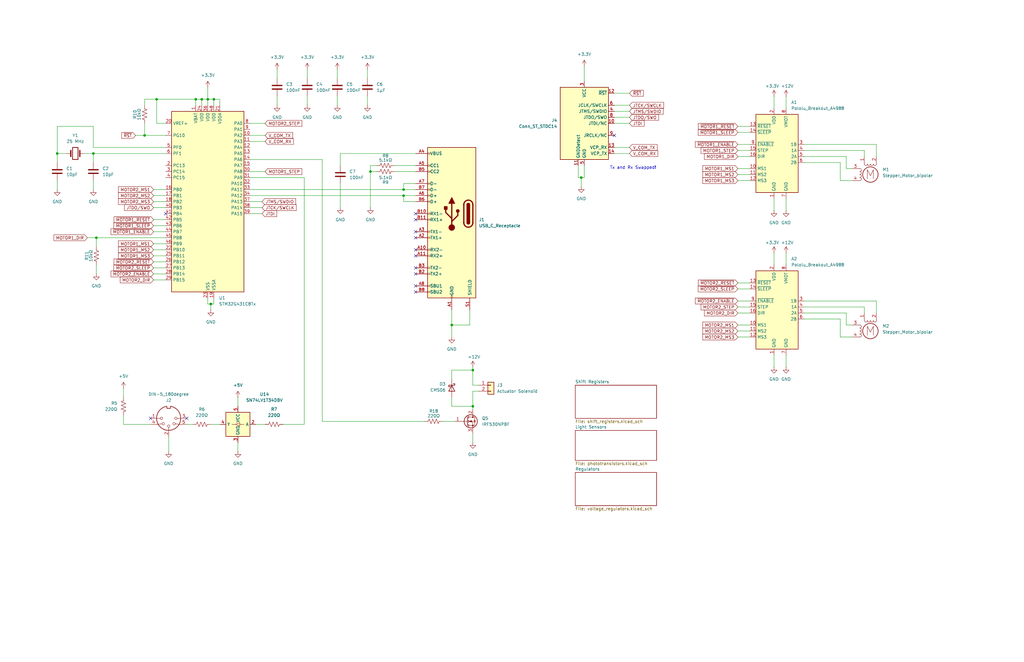
<source format=kicad_sch>
(kicad_sch (version 20250114) (generator "eeschema") (generator_version "9.0")
  (paper "B")
  (lib_symbols
    (symbol "Connector:Conn_ST_STDC14"
      (property "Reference" "J" (at -8.89 16.51 0))
      (property "Value" "Conn_ST_STDC14" (at 17.78 16.51 0))
      (symbol "Conn_ST_STDC14_1_1"
        (pin no_connect line (at -10.16 5.08 0) (length 2.54) (hide yes) (name "NC") (number "1"))
        (pin no_connect line (at -10.16 2.54 0) (length 2.54) (hide yes) (name "NC") (number "2"))
        (pin passive line (at -2.54 -17.78 90) (length 2.54) (name "GNDDetect") (number "11"))
        (pin power_in line (at 0 17.78 270) (length 2.54) (name "VCC") (number "3"))
        (pin power_in line (at 0 -17.78 90) (length 2.54) (name "GND") (number "5"))
        (pin passive line (at 0 -17.78 90) (length 2.54) (hide yes) (name "GND") (number "7"))
        (pin open_collector line (at 12.7 12.7 180) (length 2.54) (name "~{RST}") (number "12"))
        (pin output line (at 12.7 7.62 180) (length 2.54) (name "JCLK/SWCLK") (number "6"))
        (pin bidirectional line (at 12.7 5.08 180) (length 2.54) (name "JTMS/SWDIO") (number "4"))
        (pin input line (at 12.7 2.54 180) (length 2.54) (name "JTDO/SWO") (number "8"))
        (pin output line (at 12.7 0 180) (length 2.54) (name "JTDI/NC") (number "10"))
        (pin input line (at 12.7 -5.08 180) (length 2.54) (name "JRCLK/NC") (number "9"))
        (pin output line (at 12.7 -10.16 180) (length 2.54) (name "VCP_RX") (number "13"))
        (pin input line (at 12.7 -12.7 180) (length 2.54) (name "VCP_TX") (number "14"))
      )
    )
    (symbol "Connector:DIN-5_180degree" (pin_names (offset 1.016))
      (property "Reference" "J" (at 3.175 5.715 0))
      (property "Value" "DIN-5_180degree" (at 0 -6.35 0))
      (symbol "DIN-5_180degree_1_1"
        (pin passive line (at -7.62 2.54 0) (length 2.54) (name "~") (number "4"))
        (pin passive line (at -7.62 0 0) (length 2.54) (name "~") (number "1"))
        (pin passive line (at 0 7.62 270) (length 2.54) (name "~") (number "2"))
        (pin passive line (at 7.62 2.54 180) (length 2.54) (name "~") (number "5"))
        (pin passive line (at 7.62 0 180) (length 2.54) (name "~") (number "3"))
      )
    )
    (symbol "Connector:USB_C_Receptacle" (pin_names (offset 1.016))
      (property "Reference" "J" (at -10.16 29.21 0))
      (property "Value" "USB_C_Receptacle" (at 10.16 29.21 0))
      (symbol "USB_C_Receptacle_1_1"
        (pin passive line (at -7.62 -40.64 90) (length 5.08) (name "SHIELD") (number "S1"))
        (pin passive line (at 0 -40.64 90) (length 5.08) (name "GND") (number "A1"))
        (pin passive line (at 0 -40.64 90) (length 5.08) (hide yes) (name "GND") (number "A12"))
        (pin passive line (at 0 -40.64 90) (length 5.08) (hide yes) (name "GND") (number "B1"))
        (pin passive line (at 0 -40.64 90) (length 5.08) (hide yes) (name "GND") (number "B12"))
        (pin passive line (at 15.24 25.4 180) (length 5.08) (name "VBUS") (number "A4"))
        (pin passive line (at 15.24 25.4 180) (length 5.08) (hide yes) (name "VBUS") (number "A9"))
        (pin passive line (at 15.24 25.4 180) (length 5.08) (hide yes) (name "VBUS") (number "B4"))
        (pin passive line (at 15.24 25.4 180) (length 5.08) (hide yes) (name "VBUS") (number "B9"))
        (pin bidirectional line (at 15.24 20.32 180) (length 5.08) (name "CC1") (number "A5"))
        (pin bidirectional line (at 15.24 17.78 180) (length 5.08) (name "CC2") (number "B5"))
        (pin bidirectional line (at 15.24 12.7 180) (length 5.08) (name "D-") (number "A7"))
        (pin bidirectional line (at 15.24 10.16 180) (length 5.08) (name "D-") (number "B7"))
        (pin bidirectional line (at 15.24 7.62 180) (length 5.08) (name "D+") (number "A6"))
        (pin bidirectional line (at 15.24 5.08 180) (length 5.08) (name "D+") (number "B6"))
        (pin bidirectional line (at 15.24 0 180) (length 5.08) (name "RX1-") (number "B10"))
        (pin bidirectional line (at 15.24 -2.54 180) (length 5.08) (name "RX1+") (number "B11"))
        (pin bidirectional line (at 15.24 -7.62 180) (length 5.08) (name "TX1-") (number "A3"))
        (pin bidirectional line (at 15.24 -10.16 180) (length 5.08) (name "TX1+") (number "A2"))
        (pin bidirectional line (at 15.24 -15.24 180) (length 5.08) (name "RX2-") (number "A10"))
        (pin bidirectional line (at 15.24 -17.78 180) (length 5.08) (name "RX2+") (number "A11"))
        (pin bidirectional line (at 15.24 -22.86 180) (length 5.08) (name "TX2-") (number "B3"))
        (pin bidirectional line (at 15.24 -25.4 180) (length 5.08) (name "TX2+") (number "B2"))
        (pin bidirectional line (at 15.24 -30.48 180) (length 5.08) (name "SBU1") (number "A8"))
        (pin bidirectional line (at 15.24 -33.02 180) (length 5.08) (name "SBU2") (number "B8"))
      )
    )
    (symbol "Connector_Generic:Conn_01x02" (pin_names (offset 1.016) (hide yes))
      (property "Reference" "J" (at 0 2.54 0))
      (property "Value" "Conn_01x02" (at 0 -5.08 0))
      (symbol "Conn_01x02_1_1"
        (pin passive line (at -5.08 0 0) (length 3.81) (name "Pin_1") (number "1"))
        (pin passive line (at -5.08 -2.54 0) (length 3.81) (name "Pin_2") (number "2"))
      )
    )
    (symbol "Device:C" (pin_numbers (hide yes)) (pin_names (offset 0.254))
      (property "Reference" "C" (at 0.635 2.54 0))
      (property "Value" "C" (at 0.635 -2.54 0))
      (symbol "C_1_1"
        (pin passive line (at 0 3.81 270) (length 2.794) (name "~") (number "1"))
        (pin passive line (at 0 -3.81 90) (length 2.794) (name "~") (number "2"))
      )
    )
    (symbol "Device:Crystal" (pin_numbers (hide yes)) (pin_names (offset 1.016) (hide yes))
      (property "Reference" "Y" (at 0 3.81 0))
      (property "Value" "Crystal" (at 0 -3.81 0))
      (symbol "Crystal_1_1"
        (pin passive line (at -3.81 0 0) (length 1.27) (name "1") (number "1"))
        (pin passive line (at 3.81 0 180) (length 1.27) (name "2") (number "2"))
      )
    )
    (symbol "Device:D_Schottky" (pin_numbers (hide yes)) (pin_names (offset 1.016) (hide yes))
      (property "Reference" "D" (at 0 2.54 0))
      (property "Value" "D_Schottky" (at 0 -2.54 0))
      (symbol "D_Schottky_1_1"
        (pin passive line (at -3.81 0 0) (length 2.54) (name "K") (number "1"))
        (pin passive line (at 3.81 0 180) (length 2.54) (name "A") (number "2"))
      )
    )
    (symbol "Device:R_US" (pin_numbers (hide yes)) (pin_names (offset 0))
      (property "Reference" "R" (at 2.54 0 90))
      (property "Value" "R_US" (at -2.54 0 90))
      (symbol "R_US_1_1"
        (pin passive line (at 0 3.81 270) (length 1.27) (name "~") (number "1"))
        (pin passive line (at 0 -3.81 90) (length 1.27) (name "~") (number "2"))
      )
    )
    (symbol "Driver_Motor:Pololu_Breakout_A4988"
      (property "Reference" "A" (at -2.54 19.05 0))
      (property "Value" "Pololu_Breakout_A4988" (at -2.54 16.51 0))
      (symbol "Pololu_Breakout_A4988_1_1"
        (pin input line (at -10.16 10.16 0) (length 2.54) (name "~{RESET}") (number "13"))
        (pin input line (at -10.16 7.62 0) (length 2.54) (name "~{SLEEP}") (number "14"))
        (pin input line (at -10.16 2.54 0) (length 2.54) (name "~{ENABLE}") (number "9"))
        (pin input line (at -10.16 0 0) (length 2.54) (name "STEP") (number "15"))
        (pin input line (at -10.16 -2.54 0) (length 2.54) (name "DIR") (number "16"))
        (pin input line (at -10.16 -7.62 0) (length 2.54) (name "MS1") (number "10"))
        (pin input line (at -10.16 -10.16 0) (length 2.54) (name "MS2") (number "11"))
        (pin input line (at -10.16 -12.7 0) (length 2.54) (name "MS3") (number "12"))
        (pin power_in line (at 0 17.78 270) (length 2.54) (name "VDD") (number "2"))
        (pin power_in line (at 0 -20.32 90) (length 2.54) (name "GND") (number "1"))
        (pin power_in line (at 5.08 17.78 270) (length 2.54) (name "VMOT") (number "8"))
        (pin power_in line (at 5.08 -20.32 90) (length 2.54) (name "GND") (number "7"))
        (pin output line (at 12.7 2.54 180) (length 2.54) (name "1B") (number "3"))
        (pin output line (at 12.7 0 180) (length 2.54) (name "1A") (number "4"))
        (pin output line (at 12.7 -2.54 180) (length 2.54) (name "2A") (number "5"))
        (pin output line (at 12.7 -5.08 180) (length 2.54) (name "2B") (number "6"))
      )
    )
    (symbol "Logic_LevelTranslator:SN74LV1T34DBV"
      (property "Reference" "U" (at 5.08 6.35 0))
      (property "Value" "SN74LV1T34DBV" (at 5.08 3.81 0))
      (symbol "SN74LV1T34DBV_1_1"
        (pin input line (at -7.62 0 0) (length 2.54) (name "A") (number "2"))
        (pin no_connect line (at -5.08 2.54 0) (length 2.54) (hide yes) (name "NC") (number "1"))
        (pin power_in line (at 0 7.62 270) (length 2.54) (name "VCC") (number "5"))
        (pin power_in line (at 0 -7.62 90) (length 2.54) (name "GND") (number "3"))
        (pin output line (at 7.62 0 180) (length 2.54) (name "Y") (number "4"))
      )
    )
    (symbol "MCU_ST_STM32G4:STM32G431C8Tx"
      (property "Reference" "U" (at -15.24 39.37 0))
      (property "Value" "STM32G431C8Tx" (at 7.62 39.37 0))
      (symbol "STM32G431C8Tx_1_1"
        (pin input line (at -17.78 33.02 0) (length 2.54) (name "VREF+") (number "20"))
        (pin bidirectional line (at -17.78 27.94 0) (length 2.54) (name "PG10") (number "7"))
        (pin bidirectional line (at -17.78 22.86 0) (length 2.54) (name "PF0") (number "5"))
        (pin bidirectional line (at -17.78 20.32 0) (length 2.54) (name "PF1") (number "6"))
        (pin bidirectional line (at -17.78 15.24 0) (length 2.54) (name "PC13") (number "2"))
        (pin bidirectional line (at -17.78 12.7 0) (length 2.54) (name "PC14") (number "3"))
        (pin bidirectional line (at -17.78 10.16 0) (length 2.54) (name "PC15") (number "4"))
        (pin bidirectional line (at -17.78 5.08 0) (length 2.54) (name "PB0") (number "16"))
        (pin bidirectional line (at -17.78 2.54 0) (length 2.54) (name "PB1") (number "17"))
        (pin bidirectional line (at -17.78 0 0) (length 2.54) (name "PB2") (number "18"))
        (pin bidirectional line (at -17.78 -2.54 0) (length 2.54) (name "PB3") (number "40"))
        (pin bidirectional line (at -17.78 -5.08 0) (length 2.54) (name "PB4") (number "41"))
        (pin bidirectional line (at -17.78 -7.62 0) (length 2.54) (name "PB5") (number "42"))
        (pin bidirectional line (at -17.78 -10.16 0) (length 2.54) (name "PB6") (number "43"))
        (pin bidirectional line (at -17.78 -12.7 0) (length 2.54) (name "PB7") (number "44"))
        (pin bidirectional line (at -17.78 -15.24 0) (length 2.54) (name "PB8") (number "45"))
        (pin bidirectional line (at -17.78 -17.78 0) (length 2.54) (name "PB9") (number "46"))
        (pin bidirectional line (at -17.78 -20.32 0) (length 2.54) (name "PB10") (number "22"))
        (pin bidirectional line (at -17.78 -22.86 0) (length 2.54) (name "PB11") (number "25"))
        (pin bidirectional line (at -17.78 -25.4 0) (length 2.54) (name "PB12") (number "26"))
        (pin bidirectional line (at -17.78 -27.94 0) (length 2.54) (name "PB13") (number "27"))
        (pin bidirectional line (at -17.78 -30.48 0) (length 2.54) (name "PB14") (number "28"))
        (pin bidirectional line (at -17.78 -33.02 0) (length 2.54) (name "PB15") (number "29"))
        (pin power_in line (at -5.08 40.64 270) (length 2.54) (name "VBAT") (number "1"))
        (pin power_in line (at -2.54 40.64 270) (length 2.54) (name "VDD") (number "24"))
        (pin power_in line (at 0 40.64 270) (length 2.54) (name "VDD") (number "36"))
        (pin power_in line (at 0 -40.64 90) (length 2.54) (name "VSS") (number "23"))
        (pin passive line (at 0 -40.64 90) (length 2.54) (hide yes) (name "VSS") (number "35"))
        (pin passive line (at 0 -40.64 90) (length 2.54) (hide yes) (name "VSS") (number "47"))
        (pin power_in line (at 2.54 40.64 270) (length 2.54) (name "VDD") (number "48"))
        (pin power_in line (at 2.54 -40.64 90) (length 2.54) (name "VSSA") (number "19"))
        (pin power_in line (at 5.08 40.64 270) (length 2.54) (name "VDDA") (number "21"))
        (pin bidirectional line (at 17.78 33.02 180) (length 2.54) (name "PA0") (number "8"))
        (pin bidirectional line (at 17.78 30.48 180) (length 2.54) (name "PA1") (number "9"))
        (pin bidirectional line (at 17.78 27.94 180) (length 2.54) (name "PA2") (number "10"))
        (pin bidirectional line (at 17.78 25.4 180) (length 2.54) (name "PA3") (number "11"))
        (pin bidirectional line (at 17.78 22.86 180) (length 2.54) (name "PA4") (number "12"))
        (pin bidirectional line (at 17.78 20.32 180) (length 2.54) (name "PA5") (number "13"))
        (pin bidirectional line (at 17.78 17.78 180) (length 2.54) (name "PA6") (number "14"))
        (pin bidirectional line (at 17.78 15.24 180) (length 2.54) (name "PA7") (number "15"))
        (pin bidirectional line (at 17.78 12.7 180) (length 2.54) (name "PA8") (number "30"))
        (pin bidirectional line (at 17.78 10.16 180) (length 2.54) (name "PA9") (number "31"))
        (pin bidirectional line (at 17.78 7.62 180) (length 2.54) (name "PA10") (number "32"))
        (pin bidirectional line (at 17.78 5.08 180) (length 2.54) (name "PA11") (number "33"))
        (pin bidirectional line (at 17.78 2.54 180) (length 2.54) (name "PA12") (number "34"))
        (pin bidirectional line (at 17.78 0 180) (length 2.54) (name "PA13") (number "37"))
        (pin bidirectional line (at 17.78 -2.54 180) (length 2.54) (name "PA14") (number "38"))
        (pin bidirectional line (at 17.78 -5.08 180) (length 2.54) (name "PA15") (number "39"))
      )
    )
    (symbol "Motor:Stepper_Motor_bipolar" (pin_names (offset 0) (hide yes))
      (property "Reference" "M" (at 3.81 2.54 0))
      (property "Value" "Stepper_Motor_bipolar" (at 3.81 1.27 0))
      (symbol "Stepper_Motor_bipolar_1_1"
        (pin passive line (at -7.62 2.54 0) (length 2.54) (name "~") (number "3"))
        (pin passive line (at -7.62 -2.54 0) (length 2.54) (name "~") (number "4"))
        (pin passive line (at -2.54 7.62 270) (length 2.54) (name "~") (number "1"))
        (pin passive line (at 2.54 7.62 270) (length 2.54) (name "-") (number "2"))
      )
    )
    (symbol "Transistor_FET:Q_NMOS_GDS" (pin_names (offset 0) (hide yes))
      (property "Reference" "Q" (at 5.08 1.905 0))
      (property "Value" "Q_NMOS_GDS" (at 5.08 0 0))
      (symbol "Q_NMOS_GDS_1_1"
        (pin input line (at -5.08 0 0) (length 2.54) (name "G") (number "1"))
        (pin passive line (at 2.54 5.08 270) (length 2.54) (name "D") (number "2"))
        (pin passive line (at 2.54 -5.08 90) (length 2.54) (name "S") (number "3"))
      )
    )
    (symbol "power:+12V" (power) (pin_numbers (hide yes)) (pin_names (offset 0) (hide yes))
      (property "Value" "+12V" (at 0 3.556 0))
      (symbol "+12V_1_1"
        (pin power_in line (at 0 0 90) (length 0) (name "~") (number "1"))
      )
    )
    (symbol "power:+3.3V" (power) (pin_numbers (hide yes)) (pin_names (offset 0) (hide yes))
      (property "Value" "+3.3V" (at 0 3.556 0))
      (symbol "+3.3V_1_1"
        (pin power_in line (at 0 0 90) (length 0) (name "~") (number "1"))
      )
    )
    (symbol "power:+5V" (power) (pin_numbers (hide yes)) (pin_names (offset 0) (hide yes))
      (property "Value" "+5V" (at 0 3.556 0))
      (symbol "+5V_1_1"
        (pin power_in line (at 0 0 90) (length 0) (name "~") (number "1"))
      )
    )
    (symbol "power:GND" (power) (pin_numbers (hide yes)) (pin_names (offset 0) (hide yes))
      (property "Value" "GND" (at 0 -3.81 0))
      (symbol "GND_1_1"
        (pin power_in line (at 0 0 270) (length 0) (name "~") (number "1"))
      )
    )
  )
  (text "Tx and Rx Swapped!" (at 266.954 70.866 0) (effects (font (size 1.27 1.27))))
  (junction (at 88.9 128.27))
  (junction (at 199.39 156.21))
  (junction (at 199.39 171.45))
  (junction (at 66.04 41.91))
  (junction (at 156.21 72.39))
  (junction (at 170.18 82.55))
  (junction (at 190.5 137.16))
  (junction (at 245.11 74.93))
  (junction (at 82.55 41.91))
  (junction (at 90.17 41.91))
  (junction (at 60.96 57.15))
  (junction (at 24.13 64.77))
  (junction (at 87.63 41.91))
  (junction (at 40.64 100.33))
  (junction (at 39.37 64.77))
  (junction (at 170.18 80.01))
  (junction (at 85.09 41.91))
  (no_connect (at 78.74 176.53))
  (no_connect (at 175.26 100.33))
  (no_connect (at 69.85 90.17))
  (no_connect (at 175.26 115.57))
  (no_connect (at 175.26 120.65))
  (no_connect (at 175.26 90.17))
  (no_connect (at 175.26 97.79))
  (no_connect (at 175.26 113.03))
  (no_connect (at 175.26 123.19))
  (no_connect (at 175.26 92.71))
  (no_connect (at 259.08 57.15))
  (no_connect (at 175.26 105.41))
  (no_connect (at 175.26 107.95))
  (no_connect (at 63.5 176.53))
  (wire (pts (xy 64.77 102.87) (xy 69.85 102.87)))
  (wire (pts (xy 245.11 74.93) (xy 246.38 74.93)))
  (wire (pts (xy 356.87 132.08) (xy 356.87 137.16)))
  (wire (pts (xy 246.38 74.93) (xy 246.38 69.85)))
  (wire (pts (xy 354.33 76.2) (xy 359.41 76.2)))
  (wire (pts (xy 246.38 27.94) (xy 246.38 34.29)))
  (wire (pts (xy 135.89 67.31) (xy 135.89 177.8)))
  (wire (pts (xy 199.39 165.1) (xy 199.39 171.45)))
  (wire (pts (xy 259.08 62.23) (xy 265.43 62.23)))
  (wire (pts (xy 311.15 66.04) (xy 316.23 66.04)))
  (wire (pts (xy 105.41 90.17) (xy 110.49 90.17)))
  (wire (pts (xy 354.33 134.62) (xy 354.33 142.24)))
  (wire (pts (xy 311.15 73.66) (xy 316.23 73.66)))
  (wire (pts (xy 166.37 69.85) (xy 175.26 69.85)))
  (wire (pts (xy 158.75 69.85) (xy 156.21 69.85)))
  (wire (pts (xy 311.15 137.16) (xy 316.23 137.16)))
  (wire (pts (xy 64.77 110.49) (xy 69.85 110.49)))
  (wire (pts (xy 39.37 64.77) (xy 69.85 64.77)))
  (wire (pts (xy 170.18 82.55) (xy 170.18 85.09)))
  (wire (pts (xy 64.77 85.09) (xy 69.85 85.09)))
  (wire (pts (xy 87.63 44.45) (xy 87.63 41.91)))
  (wire (pts (xy 24.13 76.2) (xy 24.13 80.01)))
  (wire (pts (xy 311.15 127) (xy 316.23 127)))
  (wire (pts (xy 64.77 118.11) (xy 69.85 118.11)))
  (wire (pts (xy 311.15 129.54) (xy 316.23 129.54)))
  (wire (pts (xy 170.18 85.09) (xy 175.26 85.09)))
  (wire (pts (xy 339.09 127) (xy 369.57 127)))
  (wire (pts (xy 88.9 128.27) (xy 88.9 130.81)))
  (wire (pts (xy 64.77 80.01) (xy 69.85 80.01)))
  (wire (pts (xy 64.77 97.79) (xy 69.85 97.79)))
  (wire (pts (xy 39.37 76.2) (xy 39.37 80.01)))
  (wire (pts (xy 243.84 69.85) (xy 243.84 74.93)))
  (wire (pts (xy 311.15 60.96) (xy 316.23 60.96)))
  (wire (pts (xy 40.64 111.76) (xy 40.64 115.57)))
  (wire (pts (xy 170.18 82.55) (xy 175.26 82.55)))
  (wire (pts (xy 105.41 59.69) (xy 111.76 59.69)))
  (wire (pts (xy 87.63 36.83) (xy 87.63 41.91)))
  (wire (pts (xy 326.39 149.86) (xy 326.39 154.94)))
  (wire (pts (xy 100.33 167.64) (xy 100.33 171.45)))
  (wire (pts (xy 64.77 113.03) (xy 69.85 113.03)))
  (wire (pts (xy 339.09 129.54) (xy 364.49 129.54)))
  (wire (pts (xy 154.94 29.21) (xy 154.94 33.02)))
  (wire (pts (xy 186.69 177.8) (xy 191.77 177.8)))
  (wire (pts (xy 92.71 41.91) (xy 90.17 41.91)))
  (wire (pts (xy 66.04 41.91) (xy 82.55 41.91)))
  (wire (pts (xy 64.77 105.41) (xy 69.85 105.41)))
  (wire (pts (xy 259.08 64.77) (xy 265.43 64.77)))
  (wire (pts (xy 60.96 52.07) (xy 60.96 57.15)))
  (wire (pts (xy 60.96 57.15) (xy 69.85 57.15)))
  (wire (pts (xy 190.5 137.16) (xy 190.5 142.24)))
  (wire (pts (xy 60.96 41.91) (xy 66.04 41.91)))
  (wire (pts (xy 82.55 44.45) (xy 82.55 41.91)))
  (wire (pts (xy 326.39 40.64) (xy 326.39 45.72)))
  (wire (pts (xy 24.13 64.77) (xy 24.13 68.58)))
  (wire (pts (xy 190.5 137.16) (xy 198.12 137.16)))
  (wire (pts (xy 339.09 63.5) (xy 364.49 63.5)))
  (wire (pts (xy 24.13 53.34) (xy 24.13 64.77)))
  (wire (pts (xy 259.08 39.37) (xy 265.43 39.37)))
  (wire (pts (xy 88.9 179.07) (xy 92.71 179.07)))
  (wire (pts (xy 69.85 62.23) (xy 39.37 62.23)))
  (wire (pts (xy 175.26 64.77) (xy 143.51 64.77)))
  (wire (pts (xy 87.63 41.91) (xy 85.09 41.91)))
  (wire (pts (xy 311.15 76.2) (xy 316.23 76.2)))
  (wire (pts (xy 311.15 119.38) (xy 316.23 119.38)))
  (wire (pts (xy 166.37 72.39) (xy 175.26 72.39)))
  (wire (pts (xy 82.55 41.91) (xy 85.09 41.91)))
  (wire (pts (xy 331.47 149.86) (xy 331.47 154.94)))
  (wire (pts (xy 105.41 87.63) (xy 110.49 87.63)))
  (wire (pts (xy 52.07 179.07) (xy 63.5 179.07)))
  (wire (pts (xy 92.71 44.45) (xy 92.71 41.91)))
  (wire (pts (xy 190.5 130.81) (xy 190.5 137.16)))
  (wire (pts (xy 35.56 64.77) (xy 39.37 64.77)))
  (wire (pts (xy 259.08 49.53) (xy 265.43 49.53)))
  (wire (pts (xy 331.47 40.64) (xy 331.47 45.72)))
  (wire (pts (xy 356.87 71.12) (xy 359.41 71.12)))
  (wire (pts (xy 57.15 57.15) (xy 60.96 57.15)))
  (wire (pts (xy 52.07 163.83) (xy 52.07 167.64)))
  (wire (pts (xy 105.41 85.09) (xy 110.49 85.09)))
  (wire (pts (xy 90.17 125.73) (xy 90.17 128.27)))
  (wire (pts (xy 326.39 83.82) (xy 326.39 88.9)))
  (wire (pts (xy 78.74 179.07) (xy 81.28 179.07)))
  (wire (pts (xy 156.21 69.85) (xy 156.21 72.39)))
  (wire (pts (xy 259.08 44.45) (xy 265.43 44.45)))
  (wire (pts (xy 100.33 186.69) (xy 100.33 190.5)))
  (wire (pts (xy 199.39 156.21) (xy 199.39 162.56)))
  (wire (pts (xy 339.09 66.04) (xy 356.87 66.04)))
  (wire (pts (xy 190.5 167.64) (xy 190.5 171.45)))
  (wire (pts (xy 369.57 127) (xy 369.57 132.08)))
  (wire (pts (xy 311.15 53.34) (xy 316.23 53.34)))
  (wire (pts (xy 39.37 62.23) (xy 39.37 53.34)))
  (wire (pts (xy 64.77 92.71) (xy 69.85 92.71)))
  (wire (pts (xy 199.39 154.94) (xy 199.39 156.21)))
  (wire (pts (xy 105.41 74.93) (xy 128.27 74.93)))
  (wire (pts (xy 190.5 156.21) (xy 199.39 156.21)))
  (wire (pts (xy 105.41 67.31) (xy 135.89 67.31)))
  (wire (pts (xy 105.41 82.55) (xy 170.18 82.55)))
  (wire (pts (xy 364.49 129.54) (xy 364.49 132.08)))
  (wire (pts (xy 116.84 29.21) (xy 116.84 33.02)))
  (wire (pts (xy 129.54 29.21) (xy 129.54 33.02)))
  (wire (pts (xy 143.51 77.47) (xy 143.51 87.63)))
  (wire (pts (xy 339.09 60.96) (xy 369.57 60.96)))
  (wire (pts (xy 356.87 137.16) (xy 359.41 137.16)))
  (wire (pts (xy 156.21 72.39) (xy 158.75 72.39)))
  (wire (pts (xy 190.5 171.45) (xy 199.39 171.45)))
  (wire (pts (xy 105.41 57.15) (xy 111.76 57.15)))
  (wire (pts (xy 116.84 40.64) (xy 116.84 44.45)))
  (wire (pts (xy 66.04 52.07) (xy 66.04 41.91)))
  (wire (pts (xy 64.77 107.95) (xy 69.85 107.95)))
  (wire (pts (xy 311.15 132.08) (xy 316.23 132.08)))
  (wire (pts (xy 259.08 46.99) (xy 265.43 46.99)))
  (wire (pts (xy 87.63 128.27) (xy 88.9 128.27)))
  (wire (pts (xy 27.94 64.77) (xy 24.13 64.77)))
  (wire (pts (xy 354.33 142.24) (xy 359.41 142.24)))
  (wire (pts (xy 90.17 41.91) (xy 87.63 41.91)))
  (wire (pts (xy 339.09 134.62) (xy 354.33 134.62)))
  (wire (pts (xy 311.15 63.5) (xy 316.23 63.5)))
  (wire (pts (xy 60.96 44.45) (xy 60.96 41.91)))
  (wire (pts (xy 40.64 100.33) (xy 40.64 104.14)))
  (wire (pts (xy 198.12 137.16) (xy 198.12 130.81)))
  (wire (pts (xy 71.12 190.5) (xy 71.12 184.15)))
  (wire (pts (xy 119.38 179.07) (xy 128.27 179.07)))
  (wire (pts (xy 369.57 60.96) (xy 369.57 66.04)))
  (wire (pts (xy 69.85 52.07) (xy 66.04 52.07)))
  (wire (pts (xy 339.09 132.08) (xy 356.87 132.08)))
  (wire (pts (xy 175.26 80.01) (xy 170.18 80.01)))
  (wire (pts (xy 105.41 72.39) (xy 111.76 72.39)))
  (wire (pts (xy 64.77 95.25) (xy 69.85 95.25)))
  (wire (pts (xy 39.37 53.34) (xy 24.13 53.34)))
  (wire (pts (xy 64.77 115.57) (xy 69.85 115.57)))
  (wire (pts (xy 64.77 82.55) (xy 69.85 82.55)))
  (wire (pts (xy 40.64 100.33) (xy 69.85 100.33)))
  (wire (pts (xy 311.15 139.7) (xy 316.23 139.7)))
  (wire (pts (xy 245.11 74.93) (xy 245.11 78.74)))
  (wire (pts (xy 201.93 165.1) (xy 199.39 165.1)))
  (wire (pts (xy 201.93 162.56) (xy 199.39 162.56)))
  (wire (pts (xy 135.89 177.8) (xy 179.07 177.8)))
  (wire (pts (xy 170.18 80.01) (xy 170.18 77.47)))
  (wire (pts (xy 190.5 160.02) (xy 190.5 156.21)))
  (wire (pts (xy 87.63 125.73) (xy 87.63 128.27)))
  (wire (pts (xy 154.94 40.64) (xy 154.94 44.45)))
  (wire (pts (xy 128.27 74.93) (xy 128.27 179.07)))
  (wire (pts (xy 105.41 52.07) (xy 111.76 52.07)))
  (wire (pts (xy 107.95 179.07) (xy 111.76 179.07)))
  (wire (pts (xy 36.83 100.33) (xy 40.64 100.33)))
  (wire (pts (xy 259.08 52.07) (xy 265.43 52.07)))
  (wire (pts (xy 64.77 87.63) (xy 69.85 87.63)))
  (wire (pts (xy 90.17 44.45) (xy 90.17 41.91)))
  (wire (pts (xy 339.09 68.58) (xy 354.33 68.58)))
  (wire (pts (xy 243.84 74.93) (xy 245.11 74.93)))
  (wire (pts (xy 354.33 68.58) (xy 354.33 76.2)))
  (wire (pts (xy 143.51 64.77) (xy 143.51 69.85)))
  (wire (pts (xy 199.39 171.45) (xy 199.39 172.72)))
  (wire (pts (xy 88.9 128.27) (xy 90.17 128.27)))
  (wire (pts (xy 142.24 29.21) (xy 142.24 33.02)))
  (wire (pts (xy 142.24 40.64) (xy 142.24 44.45)))
  (wire (pts (xy 129.54 40.64) (xy 129.54 44.45)))
  (wire (pts (xy 311.15 142.24) (xy 316.23 142.24)))
  (wire (pts (xy 331.47 106.68) (xy 331.47 111.76)))
  (wire (pts (xy 39.37 64.77) (xy 39.37 68.58)))
  (wire (pts (xy 311.15 55.88) (xy 316.23 55.88)))
  (wire (pts (xy 170.18 77.47) (xy 175.26 77.47)))
  (wire (pts (xy 311.15 71.12) (xy 316.23 71.12)))
  (wire (pts (xy 356.87 66.04) (xy 356.87 71.12)))
  (wire (pts (xy 156.21 72.39) (xy 156.21 87.63)))
  (wire (pts (xy 364.49 63.5) (xy 364.49 66.04)))
  (wire (pts (xy 311.15 121.92) (xy 316.23 121.92)))
  (wire (pts (xy 52.07 175.26) (xy 52.07 179.07)))
  (wire (pts (xy 199.39 182.88) (xy 199.39 186.69)))
  (wire (pts (xy 105.41 80.01) (xy 170.18 80.01)))
  (wire (pts (xy 326.39 106.68) (xy 326.39 111.76)))
  (wire (pts (xy 331.47 83.82) (xy 331.47 88.9)))
  (wire (pts (xy 85.09 41.91) (xy 85.09 44.45)))
  (global_label "MOTOR1_MS2" (shape input) (at 311.15 73.66 180) (property "Intersheetrefs" "${INTERSHEET_REFS}" (effects (hide yes))))
  (global_label "MOTOR2_DIR" (shape input) (at 311.15 132.08 180) (property "Intersheetrefs" "${INTERSHEET_REFS}" (effects (hide yes))))
  (global_label "MOTOR2_STEP" (shape input) (at 311.15 129.54 180) (property "Intersheetrefs" "${INTERSHEET_REFS}" (effects (hide yes))))
  (global_label "MOTOR2_STEP" (shape input) (at 111.76 52.07 0) (property "Intersheetrefs" "${INTERSHEET_REFS}" (effects (hide yes))))
  (global_label "MOTOR1_MS3" (shape input) (at 64.77 107.95 180) (property "Intersheetrefs" "${INTERSHEET_REFS}" (effects (hide yes))))
  (global_label "~{MOTOR2_SLEEP}" (shape input) (at 311.15 121.92 180) (property "Intersheetrefs" "${INTERSHEET_REFS}" (effects (hide yes))))
  (global_label "JTMS{slash}SWDIO" (shape input) (at 110.49 85.09 0) (property "Intersheetrefs" "${INTERSHEET_REFS}" (effects (hide yes))))
  (global_label "V_COM_TX" (shape input) (at 111.76 57.15 0) (property "Intersheetrefs" "${INTERSHEET_REFS}" (effects (hide yes))))
  (global_label "JTDO{slash}SWO" (shape input) (at 265.43 49.53 0) (property "Intersheetrefs" "${INTERSHEET_REFS}" (effects (hide yes))))
  (global_label "~{MOTOR2_ENABLE}" (shape input) (at 311.15 127 180) (property "Intersheetrefs" "${INTERSHEET_REFS}" (effects (hide yes))))
  (global_label "JTDI" (shape input) (at 265.43 52.07 0) (property "Intersheetrefs" "${INTERSHEET_REFS}" (effects (hide yes))))
  (global_label "~{MOTOR1_SLEEP}" (shape input) (at 64.77 95.25 180) (property "Intersheetrefs" "${INTERSHEET_REFS}" (effects (hide yes))))
  (global_label "~{MOTOR1_RESET}" (shape input) (at 64.77 92.71 180) (property "Intersheetrefs" "${INTERSHEET_REFS}" (effects (hide yes))))
  (global_label "V_COM_RX" (shape input) (at 265.43 64.77 0) (property "Intersheetrefs" "${INTERSHEET_REFS}" (effects (hide yes))))
  (global_label "MOTOR1_MS1" (shape input) (at 64.77 102.87 180) (property "Intersheetrefs" "${INTERSHEET_REFS}" (effects (hide yes))))
  (global_label "~{MOTOR1_SLEEP}" (shape input) (at 311.15 55.88 180) (property "Intersheetrefs" "${INTERSHEET_REFS}" (effects (hide yes))))
  (global_label "MOTOR1_DIR" (shape input) (at 36.83 100.33 180) (property "Intersheetrefs" "${INTERSHEET_REFS}" (effects (hide yes))))
  (global_label "~{MOTOR2_RESET}" (shape input) (at 311.15 119.38 180) (property "Intersheetrefs" "${INTERSHEET_REFS}" (effects (hide yes))))
  (global_label "MOTOR1_MS3" (shape input) (at 311.15 76.2 180) (property "Intersheetrefs" "${INTERSHEET_REFS}" (effects (hide yes))))
  (global_label "MOTOR1_STEP" (shape input) (at 311.15 63.5 180) (property "Intersheetrefs" "${INTERSHEET_REFS}" (effects (hide yes))))
  (global_label "MOTOR2_MS2" (shape input) (at 311.15 139.7 180) (property "Intersheetrefs" "${INTERSHEET_REFS}" (effects (hide yes))))
  (global_label "JTCK{slash}SWCLK" (shape input) (at 265.43 44.45 0) (property "Intersheetrefs" "${INTERSHEET_REFS}" (effects (hide yes))))
  (global_label "V_COM_TX" (shape input) (at 265.43 62.23 0) (property "Intersheetrefs" "${INTERSHEET_REFS}" (effects (hide yes))))
  (global_label "V_COM_RX" (shape input) (at 111.76 59.69 0) (property "Intersheetrefs" "${INTERSHEET_REFS}" (effects (hide yes))))
  (global_label "MOTOR2_MS1" (shape input) (at 311.15 137.16 180) (property "Intersheetrefs" "${INTERSHEET_REFS}" (effects (hide yes))))
  (global_label "~{MOTOR2_SLEEP}" (shape input) (at 64.77 113.03 180) (property "Intersheetrefs" "${INTERSHEET_REFS}" (effects (hide yes))))
  (global_label "MOTOR1_MS1" (shape input) (at 311.15 71.12 180) (property "Intersheetrefs" "${INTERSHEET_REFS}" (effects (hide yes))))
  (global_label "MOTOR2_MS3" (shape input) (at 64.77 85.09 180) (property "Intersheetrefs" "${INTERSHEET_REFS}" (effects (hide yes))))
  (global_label "MOTOR1_DIR" (shape input) (at 311.15 66.04 180) (property "Intersheetrefs" "${INTERSHEET_REFS}" (effects (hide yes))))
  (global_label "MOTOR2_DIR" (shape input) (at 64.77 118.11 180) (property "Intersheetrefs" "${INTERSHEET_REFS}" (effects (hide yes))))
  (global_label "~{RST}" (shape input) (at 57.15 57.15 180) (property "Intersheetrefs" "${INTERSHEET_REFS}" (effects (hide yes))))
  (global_label "~{MOTOR1_ENABLE}" (shape input) (at 311.15 60.96 180) (property "Intersheetrefs" "${INTERSHEET_REFS}" (effects (hide yes))))
  (global_label "~{MOTOR1_ENABLE}" (shape input) (at 64.77 97.79 180) (property "Intersheetrefs" "${INTERSHEET_REFS}" (effects (hide yes))))
  (global_label "JTDI" (shape input) (at 110.49 90.17 0) (property "Intersheetrefs" "${INTERSHEET_REFS}" (effects (hide yes))))
  (global_label "JTCK{slash}SWCLK" (shape input) (at 110.49 87.63 0) (property "Intersheetrefs" "${INTERSHEET_REFS}" (effects (hide yes))))
  (global_label "~{MOTOR2_ENABLE}" (shape input) (at 64.77 115.57 180) (property "Intersheetrefs" "${INTERSHEET_REFS}" (effects (hide yes))))
  (global_label "MOTOR2_MS3" (shape input) (at 311.15 142.24 180) (property "Intersheetrefs" "${INTERSHEET_REFS}" (effects (hide yes))))
  (global_label "JTDO{slash}SWO" (shape input) (at 64.77 87.63 180) (property "Intersheetrefs" "${INTERSHEET_REFS}" (effects (hide yes))))
  (global_label "~{MOTOR1_RESET}" (shape input) (at 311.15 53.34 180) (property "Intersheetrefs" "${INTERSHEET_REFS}" (effects (hide yes))))
  (global_label "MOTOR2_MS1" (shape input) (at 64.77 80.01 180) (property "Intersheetrefs" "${INTERSHEET_REFS}" (effects (hide yes))))
  (global_label "MOTOR2_MS2" (shape input) (at 64.77 82.55 180) (property "Intersheetrefs" "${INTERSHEET_REFS}" (effects (hide yes))))
  (global_label "~{RST}" (shape input) (at 265.43 39.37 0) (property "Intersheetrefs" "${INTERSHEET_REFS}" (effects (hide yes))))
  (global_label "~{MOTOR2_RESET}" (shape input) (at 64.77 110.49 180) (property "Intersheetrefs" "${INTERSHEET_REFS}" (effects (hide yes))))
  (global_label "JTMS{slash}SWDIO" (shape input) (at 265.43 46.99 0) (property "Intersheetrefs" "${INTERSHEET_REFS}" (effects (hide yes))))
  (global_label "MOTOR1_STEP" (shape input) (at 111.76 72.39 0) (property "Intersheetrefs" "${INTERSHEET_REFS}" (effects (hide yes))))
  (global_label "MOTOR1_MS2" (shape input) (at 64.77 105.41 180) (property "Intersheetrefs" "${INTERSHEET_REFS}" (effects (hide yes))))
  (symbol (lib_id "Device:R_US") (at 182.88 177.8 270) (unit 1)
    (property "Reference" "R18" (at 182.88 173.482 90))
    (property "Value" "220Ω" (at 182.88 175.514 90))
    (property "Footprint" "Resistor_SMD:R_0603_1608Metric_Pad0.98x0.95mm_HandSolder" (effects (hide yes)))
    (property "Description" "Resistor, US symbol" (effects (hide yes)))
    (property "Manufacturer Part Number" "0603WAF220JT5E" (effects (hide yes)))
    (property "Vendor" "LCSC" (effects (hide yes)))
    (property "Vendor Part Number" "C23345" (effects (hide yes)))
  )
  (symbol (lib_id "power:+12V") (at 331.47 40.64 0) (unit 1)
    (property "Reference" "#PWR029" (effects (hide yes)))
    (property "Value" "+12V" (at 331.978 36.322 0))
    (property "Description" "Power symbol creates a global label with name \"+12V\"" (effects (hide yes)))
  )
  (symbol (lib_id "Device:D_Schottky") (at 190.5 163.83 270) (unit 1)
    (property "Reference" "D3" (at 187.96 162.052 90) (effects (justify right)))
    (property "Value" "CMS06" (at 187.96 164.592 90) (effects (justify right)))
    (property "Footprint" "Diode_SMD:D_SOD-128" (effects (hide yes)))
    (property "Description" "Schottky diode" (effects (hide yes)))
    (property "Manufacturer Part Number" "CMS06(TE12L,Q,M)" (effects (hide yes)))
    (property "Vendor" "LCSC" (effects (hide yes)))
    (property "Vendor Part Number" "C261920" (effects (hide yes)))
  )
  (symbol (lib_id "power:GND") (at 116.84 44.45 0) (unit 1)
    (property "Reference" "#PWR047" (effects (hide yes)))
    (property "Value" "GND" (at 116.84 49.53 0))
    (property "Description" "Power symbol creates a global label with name \"GND\" , ground" (effects (hide yes)))
  )
  (symbol (lib_id "power:GND") (at 331.47 154.94 0) (unit 1)
    (property "Reference" "#PWR035" (effects (hide yes)))
    (property "Value" "GND" (at 331.47 160.02 0))
    (property "Description" "Power symbol creates a global label with name \"GND\" , ground" (effects (hide yes)))
  )
  (symbol (lib_id "power:GND") (at 40.64 115.57 0) (unit 1)
    (property "Reference" "#PWR063" (effects (hide yes)))
    (property "Value" "GND" (at 40.64 120.65 0))
    (property "Description" "Power symbol creates a global label with name \"GND\" , ground" (effects (hide yes)))
  )
  (symbol (lib_id "Device:Crystal") (at 31.75 64.77 0) (unit 1)
    (property "Reference" "Y1" (at 31.75 57.15 0))
    (property "Value" "25 MHz" (at 31.75 59.69 0))
    (property "Footprint" "Crystal:Crystal_SMD_HC49-SD" (effects (hide yes)))
    (property "Description" "Two pin crystal" (effects (hide yes)))
  )
  (symbol (lib_id "Device:C") (at 129.54 36.83 0) (unit 1)
    (property "Reference" "C4" (at 133.35 35.5599 0) (effects (justify left)))
    (property "Value" "100nF" (at 133.35 38.0999 0) (effects (justify left)))
    (property "Description" "Unpolarized capacitor" (effects (hide yes)))
  )
  (symbol (lib_id "power:+3.3V") (at 246.38 27.94 0) (unit 1)
    (property "Reference" "#PWR059" (effects (hide yes)))
    (property "Value" "+3.3V" (at 246.38 22.86 0))
    (property "Description" "Power symbol creates a global label with name \"+3.3V\"" (effects (hide yes)))
  )
  (symbol (lib_id "power:GND") (at 142.24 44.45 0) (unit 1)
    (property "Reference" "#PWR051" (effects (hide yes)))
    (property "Value" "GND" (at 142.24 49.53 0))
    (property "Description" "Power symbol creates a global label with name \"GND\" , ground" (effects (hide yes)))
  )
  (symbol (lib_id "power:+3.3V") (at 326.39 40.64 0) (unit 1)
    (property "Reference" "#PWR028" (effects (hide yes)))
    (property "Value" "+3.3V" (at 325.628 36.322 0))
    (property "Description" "Power symbol creates a global label with name \"+3.3V\"" (effects (hide yes)))
  )
  (symbol (lib_id "Device:C") (at 24.13 72.39 0) (unit 1)
    (property "Reference" "C1" (at 27.94 71.1199 0) (effects (justify left)))
    (property "Value" "10pF" (at 27.94 73.6599 0) (effects (justify left)))
    (property "Description" "Unpolarized capacitor" (effects (hide yes)))
  )
  (symbol (lib_id "power:+5V") (at 52.07 163.83 0) (mirror y) (unit 1)
    (property "Reference" "#PWR05" (effects (hide yes)))
    (property "Value" "+5V" (at 52.07 158.75 0))
    (property "Description" "Power symbol creates a global label with name \"+5V\"" (effects (hide yes)))
  )
  (symbol (lib_id "power:GND") (at 156.21 87.63 0) (unit 1)
    (property "Reference" "#PWR055" (effects (hide yes)))
    (property "Value" "GND" (at 156.21 92.71 0))
    (property "Description" "Power symbol creates a global label with name \"GND\" , ground" (effects (hide yes)))
  )
  (symbol (lib_id "power:GND") (at 326.39 88.9 0) (unit 1)
    (property "Reference" "#PWR030" (effects (hide yes)))
    (property "Value" "GND" (at 326.39 93.98 0))
    (property "Description" "Power symbol creates a global label with name \"GND\" , ground" (effects (hide yes)))
  )
  (symbol (lib_id "power:GND") (at 154.94 44.45 0) (unit 1)
    (property "Reference" "#PWR053" (effects (hide yes)))
    (property "Value" "GND" (at 154.94 49.53 0))
    (property "Description" "Power symbol creates a global label with name \"GND\" , ground" (effects (hide yes)))
  )
  (symbol (lib_id "Transistor_FET:Q_NMOS_GDS") (at 196.85 177.8 0) (unit 1)
    (property "Reference" "Q5" (at 203.2 176.5299 0) (effects (justify left)))
    (property "Value" "IRF530NPBF" (at 203.2 179.0699 0) (effects (justify left)))
    (property "Description" "N-MOSFET transistor, gate/drain/source" (effects (hide yes)))
  )
  (symbol (lib_id "Device:C") (at 143.51 73.66 0) (unit 1)
    (property "Reference" "C7" (at 147.32 72.3899 0) (effects (justify left)))
    (property "Value" "100nF" (at 147.32 74.9299 0) (effects (justify left)))
    (property "Description" "Unpolarized capacitor" (effects (hide yes)))
  )
  (symbol (lib_id "power:GND") (at 143.51 87.63 0) (unit 1)
    (property "Reference" "#PWR060" (effects (hide yes)))
    (property "Value" "GND" (at 143.51 92.71 0))
    (property "Description" "Power symbol creates a global label with name \"GND\" , ground" (effects (hide yes)))
  )
  (symbol (lib_id "power:GND") (at 129.54 44.45 0) (unit 1)
    (property "Reference" "#PWR049" (effects (hide yes)))
    (property "Value" "GND" (at 129.54 49.53 0))
    (property "Description" "Power symbol creates a global label with name \"GND\" , ground" (effects (hide yes)))
  )
  (symbol (lib_id "Device:R_US") (at 162.56 69.85 90) (unit 1)
    (property "Reference" "R8" (at 162.56 65.786 90))
    (property "Value" "5.1kΩ" (at 162.56 67.564 90))
    (property "Description" "Resistor, US symbol" (effects (hide yes)))
  )
  (symbol (lib_id "power:+12V") (at 331.47 106.68 0) (unit 1)
    (property "Reference" "#PWR034" (effects (hide yes)))
    (property "Value" "+12V" (at 331.978 102.362 0))
    (property "Description" "Power symbol creates a global label with name \"+12V\"" (effects (hide yes)))
  )
  (symbol (lib_id "MCU_ST_STM32G4:STM32G431C8Tx") (at 87.63 85.09 0) (unit 1)
    (property "Reference" "U1" (at 92.3133 125.73 0) (effects (justify left)))
    (property "Value" "STM32G431C8Tx" (at 92.3133 128.27 0) (effects (justify left)))
    (property "Footprint" "Package_QFP:LQFP-48_7x7mm_P0.5mm" (effects (hide yes)))
    (property "Datasheet" "https://www.st.com/resource/en/datasheet/stm32g431c8.pdf" (effects (hide yes)))
    (property "Description" "STMicroelectronics Arm Cortex-M4 MCU, 64KB flash, 32KB RAM, 170 MHz, 1.71-3.6V, 38 GPIO, LQFP48" (effects (hide yes)))
  )
  (symbol (lib_id "Driver_Motor:Pololu_Breakout_A4988") (at 326.39 129.54 0) (unit 1)
    (property "Reference" "A2" (at 333.6133 109.22 0) (effects (justify left)))
    (property "Value" "Pololu_Breakout_A4988" (at 333.6133 111.76 0) (effects (justify left)))
    (property "Footprint" "Module:Pololu_Breakout-16_15.2x20.3mm" (effects (hide yes)))
    (property "Datasheet" "https://www.pololu.com/product/2980/pictures" (effects (hide yes)))
    (property "Description" "Pololu Breakout Board, Stepper Driver A4988" (effects (hide yes)))
  )
  (symbol (lib_id "Motor:Stepper_Motor_bipolar") (at 367.03 73.66 0) (unit 1)
    (property "Reference" "M1" (at 372.11 71.539 0) (effects (justify left)))
    (property "Value" "Stepper_Motor_bipolar" (at 372.11 74.079 0) (effects (justify left)))
    (property "Datasheet" "http://www.infineon.com/dgdl/Application-Note-TLE8110EE_driving_UniPolarStepperMotor_V1.1.pdf?fileId=db3a30431be39b97011be5d0aa0a00b0" (effects (hide yes)))
    (property "Description" "4-wire bipolar stepper motor" (effects (hide yes)))
  )
  (symbol (lib_id "Device:R_US") (at 115.57 179.07 90) (unit 1)
    (property "Reference" "R7" (at 115.57 172.72 90))
    (property "Value" "220Ω" (at 115.57 175.26 90))
    (property "Description" "Resistor, US symbol" (effects (hide yes)))
  )
  (symbol (lib_id "Device:C") (at 142.24 36.83 0) (unit 1)
    (property "Reference" "C5" (at 146.05 35.5599 0) (effects (justify left)))
    (property "Value" "100nF" (at 146.05 38.0999 0) (effects (justify left)))
    (property "Description" "Unpolarized capacitor" (effects (hide yes)))
  )
  (symbol (lib_id "power:GND") (at 199.39 186.69 0) (unit 1)
    (property "Reference" "#PWR066" (effects (hide yes)))
    (property "Value" "GND" (at 199.39 191.77 0))
    (property "Description" "Power symbol creates a global label with name \"GND\" , ground" (effects (hide yes)))
  )
  (symbol (lib_id "power:GND") (at 245.11 78.74 0) (unit 1)
    (property "Reference" "#PWR058" (effects (hide yes)))
    (property "Value" "GND" (at 245.11 83.82 0))
    (property "Description" "Power symbol creates a global label with name \"GND\" , ground" (effects (hide yes)))
  )
  (symbol (lib_id "power:GND") (at 71.12 190.5 0) (mirror y) (unit 1)
    (property "Reference" "#PWR07" (effects (hide yes)))
    (property "Value" "GND" (at 71.12 195.58 0))
    (property "Description" "Power symbol creates a global label with name \"GND\" , ground" (effects (hide yes)))
  )
  (symbol (lib_id "power:+3.3V") (at 87.63 36.83 0) (unit 1)
    (property "Reference" "#PWR09" (effects (hide yes)))
    (property "Value" "+3.3V" (at 87.63 31.75 0))
    (property "Description" "Power symbol creates a global label with name \"+3.3V\"" (effects (hide yes)))
  )
  (symbol (lib_id "power:+3.3V") (at 326.39 106.68 0) (unit 1)
    (property "Reference" "#PWR032" (effects (hide yes)))
    (property "Value" "+3.3V" (at 325.628 102.362 0))
    (property "Description" "Power symbol creates a global label with name \"+3.3V\"" (effects (hide yes)))
  )
  (symbol (lib_id "Device:R_US") (at 85.09 179.07 90) (unit 1)
    (property "Reference" "R6" (at 85.09 172.72 90))
    (property "Value" "220Ω" (at 85.09 175.26 90))
    (property "Description" "Resistor, US symbol" (effects (hide yes)))
  )
  (symbol (lib_id "Device:R_US") (at 162.56 72.39 270) (unit 1)
    (property "Reference" "R9" (at 162.56 76.962 90))
    (property "Value" "5.1kΩ" (at 162.56 74.93 90))
    (property "Description" "Resistor, US symbol" (effects (hide yes)))
  )
  (symbol (lib_id "power:GND") (at 88.9 130.81 0) (unit 1)
    (property "Reference" "#PWR08" (effects (hide yes)))
    (property "Value" "GND" (at 88.9 135.89 0))
    (property "Description" "Power symbol creates a global label with name \"GND\" , ground" (effects (hide yes)))
  )
  (symbol (lib_id "Driver_Motor:Pololu_Breakout_A4988") (at 326.39 63.5 0) (unit 1)
    (property "Reference" "A1" (at 333.6133 43.18 0) (effects (justify left)))
    (property "Value" "Pololu_Breakout_A4988" (at 333.6133 45.72 0) (effects (justify left)))
    (property "Footprint" "Module:Pololu_Breakout-16_15.2x20.3mm" (effects (hide yes)))
    (property "Datasheet" "https://www.pololu.com/product/2980/pictures" (effects (hide yes)))
    (property "Description" "Pololu Breakout Board, Stepper Driver A4988" (effects (hide yes)))
  )
  (symbol (lib_id "power:+3.3V") (at 116.84 29.21 0) (unit 1)
    (property "Reference" "#PWR046" (effects (hide yes)))
    (property "Value" "+3.3V" (at 116.84 24.13 0))
    (property "Description" "Power symbol creates a global label with name \"+3.3V\"" (effects (hide yes)))
  )
  (symbol (lib_id "Logic_LevelTranslator:SN74LV1T34DBV") (at 100.33 179.07 0) (mirror y) (unit 1)
    (property "Reference" "U14" (at 111.506 166.37 0))
    (property "Value" "SN74LV1T34DBV" (at 111.506 168.91 0))
    (property "Footprint" "Package_TO_SOT_SMD:SOT-23-5" (effects (hide yes)))
    (property "Datasheet" "https://www.ti.com/lit/ds/symlink/sn74lv1t34.pdf" (effects (hide yes)))
    (property "Description" "Single Power Supply, Single Buffer GATE, CMOS Logic, Level Shifter, SOT-23-5" (effects (hide yes)))
  )
  (symbol (lib_id "power:+3.3V") (at 142.24 29.21 0) (unit 1)
    (property "Reference" "#PWR050" (effects (hide yes)))
    (property "Value" "+3.3V" (at 142.24 24.13 0))
    (property "Description" "Power symbol creates a global label with name \"+3.3V\"" (effects (hide yes)))
  )
  (symbol (lib_id "Device:R_US") (at 60.96 48.26 180) (unit 1)
    (property "Reference" "R10" (at 56.896 48.26 90))
    (property "Value" "10kΩ" (at 58.674 48.26 90))
    (property "Description" "Resistor, US symbol" (effects (hide yes)))
  )
  (symbol (lib_id "power:GND") (at 24.13 80.01 0) (unit 1)
    (property "Reference" "#PWR045" (effects (hide yes)))
    (property "Value" "GND" (at 24.13 85.09 0))
    (property "Description" "Power symbol creates a global label with name \"GND\" , ground" (effects (hide yes)))
  )
  (symbol (lib_id "Device:C") (at 39.37 72.39 0) (unit 1)
    (property "Reference" "C2" (at 43.18 71.1199 0) (effects (justify left)))
    (property "Value" "10pF" (at 43.18 73.6599 0) (effects (justify left)))
    (property "Description" "Unpolarized capacitor" (effects (hide yes)))
  )
  (symbol (lib_id "power:GND") (at 100.33 190.5 0) (mirror y) (unit 1)
    (property "Reference" "#PWR06" (effects (hide yes)))
    (property "Value" "GND" (at 100.33 195.58 0))
    (property "Description" "Power symbol creates a global label with name \"GND\" , ground" (effects (hide yes)))
  )
  (symbol (lib_id "Device:R_US") (at 40.64 107.95 180) (unit 1)
    (property "Reference" "R11" (at 36.576 107.95 90))
    (property "Value" "10kΩ" (at 38.354 107.95 90))
    (property "Description" "Resistor, US symbol" (effects (hide yes)))
  )
  (symbol (lib_id "power:GND") (at 326.39 154.94 0) (unit 1)
    (property "Reference" "#PWR033" (effects (hide yes)))
    (property "Value" "GND" (at 326.39 160.02 0))
    (property "Description" "Power symbol creates a global label with name \"GND\" , ground" (effects (hide yes)))
  )
  (symbol (lib_id "power:+12V") (at 199.39 154.94 0) (unit 1)
    (property "Reference" "#PWR061" (effects (hide yes)))
    (property "Value" "+12V" (at 199.898 150.622 0))
    (property "Description" "Power symbol creates a global label with name \"+12V\"" (effects (hide yes)))
  )
  (symbol (lib_id "power:GND") (at 190.5 142.24 0) (unit 1)
    (property "Reference" "#PWR054" (effects (hide yes)))
    (property "Value" "GND" (at 190.5 147.32 0))
    (property "Description" "Power symbol creates a global label with name \"GND\" , ground" (effects (hide yes)))
  )
  (symbol (lib_id "Connector:Conn_ST_STDC14") (at 246.38 52.07 0) (unit 1)
    (property "Reference" "J4" (at 234.95 50.7999 0) (effects (justify right)))
    (property "Value" "Conn_ST_STDC14" (at 234.95 53.3399 0) (effects (justify right)))
    (property "Datasheet" "https://www.st.com/content/ccc/resource/technical/document/user_manual/group1/99/49/91/b6/b2/3a/46/e5/DM00526767/files/DM00526767.pdf/jcr:content/translations/en.DM00526767.pdf" (effects (hide yes)))
    (property "Description" "ST Debug Connector, standard ARM Cortex-M SWD and JTAG interface plus UART" (effects (hide yes)))
  )
  (symbol (lib_id "Device:C") (at 116.84 36.83 0) (unit 1)
    (property "Reference" "C3" (at 120.65 35.5599 0) (effects (justify left)))
    (property "Value" "100nF" (at 120.65 38.0999 0) (effects (justify left)))
    (property "Description" "Unpolarized capacitor" (effects (hide yes)))
  )
  (symbol (lib_id "power:+3.3V") (at 154.94 29.21 0) (unit 1)
    (property "Reference" "#PWR052" (effects (hide yes)))
    (property "Value" "+3.3V" (at 154.94 24.13 0))
    (property "Description" "Power symbol creates a global label with name \"+3.3V\"" (effects (hide yes)))
  )
  (symbol (lib_id "Device:R_US") (at 52.07 171.45 0) (mirror y) (unit 1)
    (property "Reference" "R5" (at 49.53 170.1799 0) (effects (justify left)))
    (property "Value" "220Ω" (at 49.53 172.7199 0) (effects (justify left)))
    (property "Description" "Resistor, US symbol" (effects (hide yes)))
  )
  (symbol (lib_id "Connector:USB_C_Receptacle") (at 190.5 90.17 0) (mirror y) (unit 1)
    (property "Reference" "J1" (at 201.93 92.7099 0) (effects (justify right)))
    (property "Value" "USB_C_Receptacle" (at 201.93 95.2499 0) (effects (justify right)))
    (property "Datasheet" "https://www.usb.org/sites/default/files/documents/usb_type-c.zip" (effects (hide yes)))
    (property "Description" "USB Full-Featured Type-C Receptacle connector" (effects (hide yes)))
  )
  (symbol (lib_id "Motor:Stepper_Motor_bipolar") (at 367.03 139.7 0) (unit 1)
    (property "Reference" "M2" (at 372.11 137.579 0) (effects (justify left)))
    (property "Value" "Stepper_Motor_bipolar" (at 372.11 140.119 0) (effects (justify left)))
    (property "Datasheet" "http://www.infineon.com/dgdl/Application-Note-TLE8110EE_driving_UniPolarStepperMotor_V1.1.pdf?fileId=db3a30431be39b97011be5d0aa0a00b0" (effects (hide yes)))
    (property "Description" "4-wire bipolar stepper motor" (effects (hide yes)))
  )
  (symbol (lib_id "power:GND") (at 39.37 80.01 0) (unit 1)
    (property "Reference" "#PWR044" (effects (hide yes)))
    (property "Value" "GND" (at 39.37 85.09 0))
    (property "Description" "Power symbol creates a global label with name \"GND\" , ground" (effects (hide yes)))
  )
  (symbol (lib_id "power:+3.3V") (at 129.54 29.21 0) (unit 1)
    (property "Reference" "#PWR048" (effects (hide yes)))
    (property "Value" "+3.3V" (at 129.54 24.13 0))
    (property "Description" "Power symbol creates a global label with name \"+3.3V\"" (effects (hide yes)))
  )
  (symbol (lib_id "Connector:DIN-5_180degree") (at 71.12 176.53 0) (mirror x) (unit 1)
    (property "Reference" "J2" (at 71.12 168.91 0))
    (property "Value" "DIN-5_180degree" (at 71.12 166.37 0))
    (property "Datasheet" "http://www.mouser.com/ds/2/18/40_c091_abd_e-75918.pdf" (effects (hide yes)))
    (property "Description" "5-pin DIN connector (5-pin DIN-5 stereo)" (effects (hide yes)))
  )
  (symbol (lib_id "Connector_Generic:Conn_01x02") (at 207.01 162.56 0) (unit 1)
    (property "Reference" "J3" (at 209.55 162.5599 0) (effects (justify left)))
    (property "Value" "Actuator Solenoid" (at 209.55 165.0999 0) (effects (justify left)))
    (property "Footprint" "Connector_PinHeader_2.54mm:PinHeader_1x02_P2.54mm_Vertical" (effects (hide yes)))
    (property "Description" "Generic connector, single row, 01x02, script generated (kicad-library-utils/schlib/autogen/connector/)" (effects (hide yes)))
    (property "Vendor" "Digi-Key" (effects (hide yes)))
  )
  (symbol (lib_id "Device:C") (at 154.94 36.83 0) (unit 1)
    (property "Reference" "C6" (at 158.75 35.5599 0) (effects (justify left)))
    (property "Value" "1μF" (at 158.75 38.0999 0) (effects (justify left)))
    (property "Description" "Unpolarized capacitor" (effects (hide yes)))
  )
  (symbol (lib_id "power:GND") (at 331.47 88.9 0) (unit 1)
    (property "Reference" "#PWR031" (effects (hide yes)))
    (property "Value" "GND" (at 331.47 93.98 0))
    (property "Description" "Power symbol creates a global label with name \"GND\" , ground" (effects (hide yes)))
  )
  (symbol (lib_id "power:+5V") (at 100.33 167.64 0) (mirror y) (unit 1)
    (property "Reference" "#PWR062" (effects (hide yes)))
    (property "Value" "+5V" (at 100.33 162.56 0))
    (property "Description" "Power symbol creates a global label with name \"+5V\"" (effects (hide yes)))
  )
  (sheet (at 242.57 199.39) (size 34.29 13.97) (stroke (width 0.1524))
    (property "Sheetname" "Regulators" (at 242.57 198.6784 0) (effects (justify left bottom)))
    (property "Sheetfile" "voltage_regulators.kicad_sch" (at 242.57 213.9446 0) (effects (justify left top)))
  )
  (sheet (at 242.57 162.56) (size 34.29 13.97) (stroke (width 0.1524))
    (property "Sheetname" "Shift Registers" (at 242.57 161.8484 0) (effects (justify left bottom)))
    (property "Sheetfile" "shift_registers.kicad_sch" (at 242.57 177.1146 0) (effects (justify left top)))
  )
  (sheet (at 242.57 181.61) (size 34.29 12.7) (stroke (width 0.1524))
    (property "Sheetname" "Light Sensors" (at 242.57 180.8984 0) (effects (justify left bottom)))
    (property "Sheetfile" "phototransistors.kicad_sch" (at 242.57 194.8946 0) (effects (justify left top)))
  )
)
</source>
